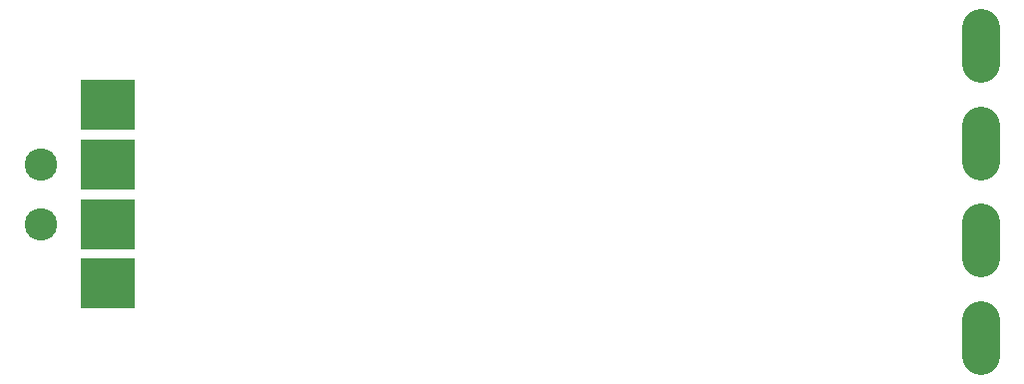
<source format=gbr>
G04 EAGLE Gerber RS-274X export*
G75*
%MOMM*%
%FSLAX34Y34*%
%LPD*%
%INSoldermask Bottom*%
%IPPOS*%
%AMOC8*
5,1,8,0,0,1.08239X$1,22.5*%
G01*
%ADD10C,3.251200*%
%ADD11R,4.648200X4.203200*%
%ADD12C,2.743200*%


D10*
X937400Y236500D02*
X937400Y206020D01*
X937400Y288520D02*
X937400Y319000D01*
X937400Y371020D02*
X937400Y401500D01*
X937400Y453570D02*
X937400Y484050D01*
D11*
X196380Y419320D03*
X196380Y368320D03*
X196380Y317320D03*
X196380Y267320D03*
D12*
X139700Y368300D03*
X139700Y317500D03*
M02*

</source>
